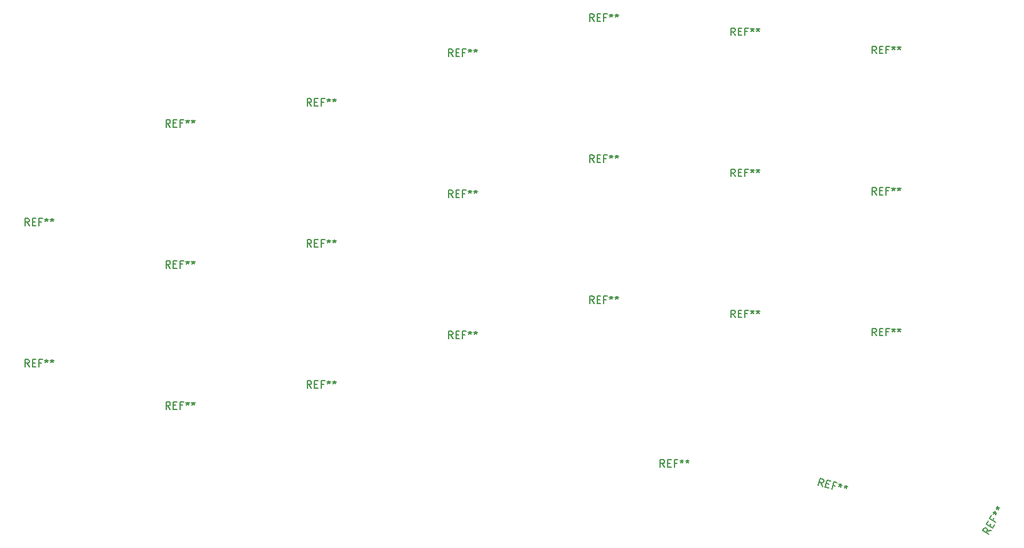
<source format=gbr>
%TF.GenerationSoftware,KiCad,Pcbnew,(6.0.0)*%
%TF.CreationDate,2022-01-01T14:14:11+04:00*%
%TF.ProjectId,top plate,746f7020-706c-4617-9465-2e6b69636164,rev?*%
%TF.SameCoordinates,Original*%
%TF.FileFunction,Legend,Top*%
%TF.FilePolarity,Positive*%
%FSLAX46Y46*%
G04 Gerber Fmt 4.6, Leading zero omitted, Abs format (unit mm)*
G04 Created by KiCad (PCBNEW (6.0.0)) date 2022-01-01 14:14:11*
%MOMM*%
%LPD*%
G01*
G04 APERTURE LIST*
%ADD10C,0.150000*%
G04 APERTURE END LIST*
D10*
%TO.C,REF\u002A\u002A*%
X121526664Y-89122380D02*
X121193331Y-88646190D01*
X120955236Y-89122380D02*
X120955236Y-88122380D01*
X121336188Y-88122380D01*
X121431426Y-88170000D01*
X121479045Y-88217619D01*
X121526664Y-88312857D01*
X121526664Y-88455714D01*
X121479045Y-88550952D01*
X121431426Y-88598571D01*
X121336188Y-88646190D01*
X120955236Y-88646190D01*
X121955236Y-88598571D02*
X122288569Y-88598571D01*
X122431426Y-89122380D02*
X121955236Y-89122380D01*
X121955236Y-88122380D01*
X122431426Y-88122380D01*
X123193331Y-88598571D02*
X122859998Y-88598571D01*
X122859998Y-89122380D02*
X122859998Y-88122380D01*
X123336188Y-88122380D01*
X123859998Y-88122380D02*
X123859998Y-88360476D01*
X123621902Y-88265238D02*
X123859998Y-88360476D01*
X124098093Y-88265238D01*
X123717140Y-88550952D02*
X123859998Y-88360476D01*
X124002855Y-88550952D01*
X124621902Y-88122380D02*
X124621902Y-88360476D01*
X124383807Y-88265238D02*
X124621902Y-88360476D01*
X124859998Y-88265238D01*
X124479045Y-88550952D02*
X124621902Y-88360476D01*
X124764759Y-88550952D01*
%TO.C,*%
%TO.C,REF\u002A\u002A*%
X213232093Y-127450891D02*
X212653034Y-127501470D01*
X212946379Y-127945762D02*
X212080354Y-127445762D01*
X212270830Y-127115848D01*
X212359688Y-127057179D01*
X212424737Y-127039749D01*
X212531025Y-127046129D01*
X212654743Y-127117557D01*
X212713412Y-127206416D01*
X212730842Y-127271464D01*
X212724462Y-127377752D01*
X212533986Y-127707667D01*
X212992747Y-126817832D02*
X213159413Y-126529157D01*
X213684474Y-126667344D02*
X213446379Y-127079737D01*
X212580354Y-126579737D01*
X212818449Y-126167344D01*
X213611794Y-125745610D02*
X213445128Y-126034285D01*
X213898760Y-126296190D02*
X213032734Y-125796190D01*
X213270830Y-125383797D01*
X213532734Y-124930165D02*
X213738931Y-125049212D01*
X213537405Y-125207790D02*
X213738931Y-125049212D01*
X213775500Y-124795397D01*
X213832460Y-125268168D02*
X213738931Y-125049212D01*
X213975317Y-125020732D01*
X213913687Y-124270336D02*
X214119883Y-124389383D01*
X213918357Y-124547961D02*
X214119883Y-124389383D01*
X214156452Y-124135568D01*
X214213412Y-124608339D02*
X214119883Y-124389383D01*
X214356269Y-124360903D01*
X140586666Y-101512380D02*
X140253333Y-101036190D01*
X140015238Y-101512380D02*
X140015238Y-100512380D01*
X140396190Y-100512380D01*
X140491428Y-100560000D01*
X140539047Y-100607619D01*
X140586666Y-100702857D01*
X140586666Y-100845714D01*
X140539047Y-100940952D01*
X140491428Y-100988571D01*
X140396190Y-101036190D01*
X140015238Y-101036190D01*
X141015238Y-100988571D02*
X141348571Y-100988571D01*
X141491428Y-101512380D02*
X141015238Y-101512380D01*
X141015238Y-100512380D01*
X141491428Y-100512380D01*
X142253333Y-100988571D02*
X141920000Y-100988571D01*
X141920000Y-101512380D02*
X141920000Y-100512380D01*
X142396190Y-100512380D01*
X142920000Y-100512380D02*
X142920000Y-100750476D01*
X142681904Y-100655238D02*
X142920000Y-100750476D01*
X143158095Y-100655238D01*
X142777142Y-100940952D02*
X142920000Y-100750476D01*
X143062857Y-100940952D01*
X143681904Y-100512380D02*
X143681904Y-100750476D01*
X143443809Y-100655238D02*
X143681904Y-100750476D01*
X143920000Y-100655238D01*
X143539047Y-100940952D02*
X143681904Y-100750476D01*
X143824761Y-100940952D01*
%TO.C,*%
%TO.C,REF\u002A\u002A*%
X121526664Y-108172383D02*
X121193331Y-107696193D01*
X120955236Y-108172383D02*
X120955236Y-107172383D01*
X121336188Y-107172383D01*
X121431426Y-107220003D01*
X121479045Y-107267622D01*
X121526664Y-107362860D01*
X121526664Y-107505717D01*
X121479045Y-107600955D01*
X121431426Y-107648574D01*
X121336188Y-107696193D01*
X120955236Y-107696193D01*
X121955236Y-107648574D02*
X122288569Y-107648574D01*
X122431426Y-108172383D02*
X121955236Y-108172383D01*
X121955236Y-107172383D01*
X122431426Y-107172383D01*
X123193331Y-107648574D02*
X122859998Y-107648574D01*
X122859998Y-108172383D02*
X122859998Y-107172383D01*
X123336188Y-107172383D01*
X123859998Y-107172383D02*
X123859998Y-107410479D01*
X123621902Y-107315241D02*
X123859998Y-107410479D01*
X124098093Y-107315241D01*
X123717140Y-107600955D02*
X123859998Y-107410479D01*
X124002855Y-107600955D01*
X124621902Y-107172383D02*
X124621902Y-107410479D01*
X124383807Y-107315241D02*
X124621902Y-107410479D01*
X124859998Y-107315241D01*
X124479045Y-107600955D02*
X124621902Y-107410479D01*
X124764759Y-107600955D01*
%TO.C,*%
%TO.C,REF\u002A\u002A*%
X159636666Y-77692380D02*
X159303333Y-77216190D01*
X159065238Y-77692380D02*
X159065238Y-76692380D01*
X159446190Y-76692380D01*
X159541428Y-76740000D01*
X159589047Y-76787619D01*
X159636666Y-76882857D01*
X159636666Y-77025714D01*
X159589047Y-77120952D01*
X159541428Y-77168571D01*
X159446190Y-77216190D01*
X159065238Y-77216190D01*
X160065238Y-77168571D02*
X160398571Y-77168571D01*
X160541428Y-77692380D02*
X160065238Y-77692380D01*
X160065238Y-76692380D01*
X160541428Y-76692380D01*
X161303333Y-77168571D02*
X160970000Y-77168571D01*
X160970000Y-77692380D02*
X160970000Y-76692380D01*
X161446190Y-76692380D01*
X161970000Y-76692380D02*
X161970000Y-76930476D01*
X161731904Y-76835238D02*
X161970000Y-76930476D01*
X162208095Y-76835238D01*
X161827142Y-77120952D02*
X161970000Y-76930476D01*
X162112857Y-77120952D01*
X162731904Y-76692380D02*
X162731904Y-76930476D01*
X162493809Y-76835238D02*
X162731904Y-76930476D01*
X162970000Y-76835238D01*
X162589047Y-77120952D02*
X162731904Y-76930476D01*
X162874761Y-77120952D01*
X83436662Y-105322378D02*
X83103329Y-104846188D01*
X82865234Y-105322378D02*
X82865234Y-104322378D01*
X83246186Y-104322378D01*
X83341424Y-104369998D01*
X83389043Y-104417617D01*
X83436662Y-104512855D01*
X83436662Y-104655712D01*
X83389043Y-104750950D01*
X83341424Y-104798569D01*
X83246186Y-104846188D01*
X82865234Y-104846188D01*
X83865234Y-104798569D02*
X84198567Y-104798569D01*
X84341424Y-105322378D02*
X83865234Y-105322378D01*
X83865234Y-104322378D01*
X84341424Y-104322378D01*
X85103329Y-104798569D02*
X84769996Y-104798569D01*
X84769996Y-105322378D02*
X84769996Y-104322378D01*
X85246186Y-104322378D01*
X85769996Y-104322378D02*
X85769996Y-104560474D01*
X85531900Y-104465236D02*
X85769996Y-104560474D01*
X86008091Y-104465236D01*
X85627138Y-104750950D02*
X85769996Y-104560474D01*
X85912853Y-104750950D01*
X86531900Y-104322378D02*
X86531900Y-104560474D01*
X86293805Y-104465236D02*
X86531900Y-104560474D01*
X86769996Y-104465236D01*
X86389043Y-104750950D02*
X86531900Y-104560474D01*
X86674757Y-104750950D01*
%TO.C,*%
%TO.C,REF\u002A\u002A*%
X197736666Y-82082380D02*
X197403333Y-81606190D01*
X197165238Y-82082380D02*
X197165238Y-81082380D01*
X197546190Y-81082380D01*
X197641428Y-81130000D01*
X197689047Y-81177619D01*
X197736666Y-81272857D01*
X197736666Y-81415714D01*
X197689047Y-81510952D01*
X197641428Y-81558571D01*
X197546190Y-81606190D01*
X197165238Y-81606190D01*
X198165238Y-81558571D02*
X198498571Y-81558571D01*
X198641428Y-82082380D02*
X198165238Y-82082380D01*
X198165238Y-81082380D01*
X198641428Y-81082380D01*
X199403333Y-81558571D02*
X199070000Y-81558571D01*
X199070000Y-82082380D02*
X199070000Y-81082380D01*
X199546190Y-81082380D01*
X200070000Y-81082380D02*
X200070000Y-81320476D01*
X199831904Y-81225238D02*
X200070000Y-81320476D01*
X200308095Y-81225238D01*
X199927142Y-81510952D02*
X200070000Y-81320476D01*
X200212857Y-81510952D01*
X200831904Y-81082380D02*
X200831904Y-81320476D01*
X200593809Y-81225238D02*
X200831904Y-81320476D01*
X201070000Y-81225238D01*
X200689047Y-81510952D02*
X200831904Y-81320476D01*
X200974761Y-81510952D01*
X197736666Y-63022380D02*
X197403333Y-62546190D01*
X197165238Y-63022380D02*
X197165238Y-62022380D01*
X197546190Y-62022380D01*
X197641428Y-62070000D01*
X197689047Y-62117619D01*
X197736666Y-62212857D01*
X197736666Y-62355714D01*
X197689047Y-62450952D01*
X197641428Y-62498571D01*
X197546190Y-62546190D01*
X197165238Y-62546190D01*
X198165238Y-62498571D02*
X198498571Y-62498571D01*
X198641428Y-63022380D02*
X198165238Y-63022380D01*
X198165238Y-62022380D01*
X198641428Y-62022380D01*
X199403333Y-62498571D02*
X199070000Y-62498571D01*
X199070000Y-63022380D02*
X199070000Y-62022380D01*
X199546190Y-62022380D01*
X200070000Y-62022380D02*
X200070000Y-62260476D01*
X199831904Y-62165238D02*
X200070000Y-62260476D01*
X200308095Y-62165238D01*
X199927142Y-62450952D02*
X200070000Y-62260476D01*
X200212857Y-62450952D01*
X200831904Y-62022380D02*
X200831904Y-62260476D01*
X200593809Y-62165238D02*
X200831904Y-62260476D01*
X201070000Y-62165238D01*
X200689047Y-62450952D02*
X200831904Y-62260476D01*
X200974761Y-62450952D01*
%TO.C,*%
%TO.C,REF\u002A\u002A*%
X121526666Y-70072380D02*
X121193333Y-69596190D01*
X120955238Y-70072380D02*
X120955238Y-69072380D01*
X121336190Y-69072380D01*
X121431428Y-69120000D01*
X121479047Y-69167619D01*
X121526666Y-69262857D01*
X121526666Y-69405714D01*
X121479047Y-69500952D01*
X121431428Y-69548571D01*
X121336190Y-69596190D01*
X120955238Y-69596190D01*
X121955238Y-69548571D02*
X122288571Y-69548571D01*
X122431428Y-70072380D02*
X121955238Y-70072380D01*
X121955238Y-69072380D01*
X122431428Y-69072380D01*
X123193333Y-69548571D02*
X122860000Y-69548571D01*
X122860000Y-70072380D02*
X122860000Y-69072380D01*
X123336190Y-69072380D01*
X123860000Y-69072380D02*
X123860000Y-69310476D01*
X123621904Y-69215238D02*
X123860000Y-69310476D01*
X124098095Y-69215238D01*
X123717142Y-69500952D02*
X123860000Y-69310476D01*
X124002857Y-69500952D01*
X124621904Y-69072380D02*
X124621904Y-69310476D01*
X124383809Y-69215238D02*
X124621904Y-69310476D01*
X124860000Y-69215238D01*
X124479047Y-69500952D02*
X124621904Y-69310476D01*
X124764761Y-69500952D01*
X178686666Y-98652383D02*
X178353333Y-98176193D01*
X178115238Y-98652383D02*
X178115238Y-97652383D01*
X178496190Y-97652383D01*
X178591428Y-97700003D01*
X178639047Y-97747622D01*
X178686666Y-97842860D01*
X178686666Y-97985717D01*
X178639047Y-98080955D01*
X178591428Y-98128574D01*
X178496190Y-98176193D01*
X178115238Y-98176193D01*
X179115238Y-98128574D02*
X179448571Y-98128574D01*
X179591428Y-98652383D02*
X179115238Y-98652383D01*
X179115238Y-97652383D01*
X179591428Y-97652383D01*
X180353333Y-98128574D02*
X180020000Y-98128574D01*
X180020000Y-98652383D02*
X180020000Y-97652383D01*
X180496190Y-97652383D01*
X181020000Y-97652383D02*
X181020000Y-97890479D01*
X180781904Y-97795241D02*
X181020000Y-97890479D01*
X181258095Y-97795241D01*
X180877142Y-98080955D02*
X181020000Y-97890479D01*
X181162857Y-98080955D01*
X181781904Y-97652383D02*
X181781904Y-97890479D01*
X181543809Y-97795241D02*
X181781904Y-97890479D01*
X182020000Y-97795241D01*
X181639047Y-98080955D02*
X181781904Y-97890479D01*
X181924761Y-98080955D01*
X159636668Y-58642380D02*
X159303335Y-58166190D01*
X159065240Y-58642380D02*
X159065240Y-57642380D01*
X159446192Y-57642380D01*
X159541430Y-57690000D01*
X159589049Y-57737619D01*
X159636668Y-57832857D01*
X159636668Y-57975714D01*
X159589049Y-58070952D01*
X159541430Y-58118571D01*
X159446192Y-58166190D01*
X159065240Y-58166190D01*
X160065240Y-58118571D02*
X160398573Y-58118571D01*
X160541430Y-58642380D02*
X160065240Y-58642380D01*
X160065240Y-57642380D01*
X160541430Y-57642380D01*
X161303335Y-58118571D02*
X160970002Y-58118571D01*
X160970002Y-58642380D02*
X160970002Y-57642380D01*
X161446192Y-57642380D01*
X161970002Y-57642380D02*
X161970002Y-57880476D01*
X161731906Y-57785238D02*
X161970002Y-57880476D01*
X162208097Y-57785238D01*
X161827144Y-58070952D02*
X161970002Y-57880476D01*
X162112859Y-58070952D01*
X162731906Y-57642380D02*
X162731906Y-57880476D01*
X162493811Y-57785238D02*
X162731906Y-57880476D01*
X162970002Y-57785238D01*
X162589049Y-58070952D02*
X162731906Y-57880476D01*
X162874763Y-58070952D01*
X169156666Y-118842380D02*
X168823333Y-118366190D01*
X168585238Y-118842380D02*
X168585238Y-117842380D01*
X168966190Y-117842380D01*
X169061428Y-117890000D01*
X169109047Y-117937619D01*
X169156666Y-118032857D01*
X169156666Y-118175714D01*
X169109047Y-118270952D01*
X169061428Y-118318571D01*
X168966190Y-118366190D01*
X168585238Y-118366190D01*
X169585238Y-118318571D02*
X169918571Y-118318571D01*
X170061428Y-118842380D02*
X169585238Y-118842380D01*
X169585238Y-117842380D01*
X170061428Y-117842380D01*
X170823333Y-118318571D02*
X170490000Y-118318571D01*
X170490000Y-118842380D02*
X170490000Y-117842380D01*
X170966190Y-117842380D01*
X171490000Y-117842380D02*
X171490000Y-118080476D01*
X171251904Y-117985238D02*
X171490000Y-118080476D01*
X171728095Y-117985238D01*
X171347142Y-118270952D02*
X171490000Y-118080476D01*
X171632857Y-118270952D01*
X172251904Y-117842380D02*
X172251904Y-118080476D01*
X172013809Y-117985238D02*
X172251904Y-118080476D01*
X172490000Y-117985238D01*
X172109047Y-118270952D02*
X172251904Y-118080476D01*
X172394761Y-118270952D01*
X102476662Y-111032377D02*
X102143329Y-110556187D01*
X101905234Y-111032377D02*
X101905234Y-110032377D01*
X102286186Y-110032377D01*
X102381424Y-110079997D01*
X102429043Y-110127616D01*
X102476662Y-110222854D01*
X102476662Y-110365711D01*
X102429043Y-110460949D01*
X102381424Y-110508568D01*
X102286186Y-110556187D01*
X101905234Y-110556187D01*
X102905234Y-110508568D02*
X103238567Y-110508568D01*
X103381424Y-111032377D02*
X102905234Y-111032377D01*
X102905234Y-110032377D01*
X103381424Y-110032377D01*
X104143329Y-110508568D02*
X103809996Y-110508568D01*
X103809996Y-111032377D02*
X103809996Y-110032377D01*
X104286186Y-110032377D01*
X104809996Y-110032377D02*
X104809996Y-110270473D01*
X104571900Y-110175235D02*
X104809996Y-110270473D01*
X105048091Y-110175235D01*
X104667138Y-110460949D02*
X104809996Y-110270473D01*
X104952853Y-110460949D01*
X105571900Y-110032377D02*
X105571900Y-110270473D01*
X105333805Y-110175235D02*
X105571900Y-110270473D01*
X105809996Y-110175235D01*
X105429043Y-110460949D02*
X105571900Y-110270473D01*
X105714757Y-110460949D01*
X140586668Y-63412377D02*
X140253335Y-62936187D01*
X140015240Y-63412377D02*
X140015240Y-62412377D01*
X140396192Y-62412377D01*
X140491430Y-62459997D01*
X140539049Y-62507616D01*
X140586668Y-62602854D01*
X140586668Y-62745711D01*
X140539049Y-62840949D01*
X140491430Y-62888568D01*
X140396192Y-62936187D01*
X140015240Y-62936187D01*
X141015240Y-62888568D02*
X141348573Y-62888568D01*
X141491430Y-63412377D02*
X141015240Y-63412377D01*
X141015240Y-62412377D01*
X141491430Y-62412377D01*
X142253335Y-62888568D02*
X141920002Y-62888568D01*
X141920002Y-63412377D02*
X141920002Y-62412377D01*
X142396192Y-62412377D01*
X142920002Y-62412377D02*
X142920002Y-62650473D01*
X142681906Y-62555235D02*
X142920002Y-62650473D01*
X143158097Y-62555235D01*
X142777144Y-62840949D02*
X142920002Y-62650473D01*
X143062859Y-62840949D01*
X143681906Y-62412377D02*
X143681906Y-62650473D01*
X143443811Y-62555235D02*
X143681906Y-62650473D01*
X143920002Y-62555235D01*
X143539049Y-62840949D02*
X143681906Y-62650473D01*
X143824763Y-62840949D01*
X102476664Y-72932374D02*
X102143331Y-72456184D01*
X101905236Y-72932374D02*
X101905236Y-71932374D01*
X102286188Y-71932374D01*
X102381426Y-71979994D01*
X102429045Y-72027613D01*
X102476664Y-72122851D01*
X102476664Y-72265708D01*
X102429045Y-72360946D01*
X102381426Y-72408565D01*
X102286188Y-72456184D01*
X101905236Y-72456184D01*
X102905236Y-72408565D02*
X103238569Y-72408565D01*
X103381426Y-72932374D02*
X102905236Y-72932374D01*
X102905236Y-71932374D01*
X103381426Y-71932374D01*
X104143331Y-72408565D02*
X103809998Y-72408565D01*
X103809998Y-72932374D02*
X103809998Y-71932374D01*
X104286188Y-71932374D01*
X104809998Y-71932374D02*
X104809998Y-72170470D01*
X104571902Y-72075232D02*
X104809998Y-72170470D01*
X105048093Y-72075232D01*
X104667140Y-72360946D02*
X104809998Y-72170470D01*
X104952855Y-72360946D01*
X105571902Y-71932374D02*
X105571902Y-72170470D01*
X105333807Y-72075232D02*
X105571902Y-72170470D01*
X105809998Y-72075232D01*
X105429045Y-72360946D02*
X105571902Y-72170470D01*
X105714759Y-72360946D01*
X140586666Y-82462377D02*
X140253333Y-81986187D01*
X140015238Y-82462377D02*
X140015238Y-81462377D01*
X140396190Y-81462377D01*
X140491428Y-81509997D01*
X140539047Y-81557616D01*
X140586666Y-81652854D01*
X140586666Y-81795711D01*
X140539047Y-81890949D01*
X140491428Y-81938568D01*
X140396190Y-81986187D01*
X140015238Y-81986187D01*
X141015238Y-81938568D02*
X141348571Y-81938568D01*
X141491428Y-82462377D02*
X141015238Y-82462377D01*
X141015238Y-81462377D01*
X141491428Y-81462377D01*
X142253333Y-81938568D02*
X141920000Y-81938568D01*
X141920000Y-82462377D02*
X141920000Y-81462377D01*
X142396190Y-81462377D01*
X142920000Y-81462377D02*
X142920000Y-81700473D01*
X142681904Y-81605235D02*
X142920000Y-81700473D01*
X143158095Y-81605235D01*
X142777142Y-81890949D02*
X142920000Y-81700473D01*
X143062857Y-81890949D01*
X143681904Y-81462377D02*
X143681904Y-81700473D01*
X143443809Y-81605235D02*
X143681904Y-81700473D01*
X143920000Y-81605235D01*
X143539047Y-81890949D02*
X143681904Y-81700473D01*
X143824761Y-81890949D01*
X102476662Y-91982374D02*
X102143329Y-91506184D01*
X101905234Y-91982374D02*
X101905234Y-90982374D01*
X102286186Y-90982374D01*
X102381424Y-91029994D01*
X102429043Y-91077613D01*
X102476662Y-91172851D01*
X102476662Y-91315708D01*
X102429043Y-91410946D01*
X102381424Y-91458565D01*
X102286186Y-91506184D01*
X101905234Y-91506184D01*
X102905234Y-91458565D02*
X103238567Y-91458565D01*
X103381424Y-91982374D02*
X102905234Y-91982374D01*
X102905234Y-90982374D01*
X103381424Y-90982374D01*
X104143329Y-91458565D02*
X103809996Y-91458565D01*
X103809996Y-91982374D02*
X103809996Y-90982374D01*
X104286186Y-90982374D01*
X104809996Y-90982374D02*
X104809996Y-91220470D01*
X104571900Y-91125232D02*
X104809996Y-91220470D01*
X105048091Y-91125232D01*
X104667138Y-91410946D02*
X104809996Y-91220470D01*
X104952853Y-91410946D01*
X105571900Y-90982374D02*
X105571900Y-91220470D01*
X105333805Y-91125232D02*
X105571900Y-91220470D01*
X105809996Y-91125232D01*
X105429043Y-91410946D02*
X105571900Y-91220470D01*
X105714757Y-91410946D01*
X83436661Y-86272380D02*
X83103328Y-85796190D01*
X82865233Y-86272380D02*
X82865233Y-85272380D01*
X83246185Y-85272380D01*
X83341423Y-85320000D01*
X83389042Y-85367619D01*
X83436661Y-85462857D01*
X83436661Y-85605714D01*
X83389042Y-85700952D01*
X83341423Y-85748571D01*
X83246185Y-85796190D01*
X82865233Y-85796190D01*
X83865233Y-85748571D02*
X84198566Y-85748571D01*
X84341423Y-86272380D02*
X83865233Y-86272380D01*
X83865233Y-85272380D01*
X84341423Y-85272380D01*
X85103328Y-85748571D02*
X84769995Y-85748571D01*
X84769995Y-86272380D02*
X84769995Y-85272380D01*
X85246185Y-85272380D01*
X85769995Y-85272380D02*
X85769995Y-85510476D01*
X85531899Y-85415238D02*
X85769995Y-85510476D01*
X86008090Y-85415238D01*
X85627137Y-85700952D02*
X85769995Y-85510476D01*
X85912852Y-85700952D01*
X86531899Y-85272380D02*
X86531899Y-85510476D01*
X86293804Y-85415238D02*
X86531899Y-85510476D01*
X86769995Y-85415238D01*
X86389042Y-85700952D02*
X86531899Y-85510476D01*
X86674756Y-85700952D01*
X178686666Y-79602380D02*
X178353333Y-79126190D01*
X178115238Y-79602380D02*
X178115238Y-78602380D01*
X178496190Y-78602380D01*
X178591428Y-78650000D01*
X178639047Y-78697619D01*
X178686666Y-78792857D01*
X178686666Y-78935714D01*
X178639047Y-79030952D01*
X178591428Y-79078571D01*
X178496190Y-79126190D01*
X178115238Y-79126190D01*
X179115238Y-79078571D02*
X179448571Y-79078571D01*
X179591428Y-79602380D02*
X179115238Y-79602380D01*
X179115238Y-78602380D01*
X179591428Y-78602380D01*
X180353333Y-79078571D02*
X180020000Y-79078571D01*
X180020000Y-79602380D02*
X180020000Y-78602380D01*
X180496190Y-78602380D01*
X181020000Y-78602380D02*
X181020000Y-78840476D01*
X180781904Y-78745238D02*
X181020000Y-78840476D01*
X181258095Y-78745238D01*
X180877142Y-79030952D02*
X181020000Y-78840476D01*
X181162857Y-79030952D01*
X181781904Y-78602380D02*
X181781904Y-78840476D01*
X181543809Y-78745238D02*
X181781904Y-78840476D01*
X182020000Y-78745238D01*
X181639047Y-79030952D02*
X181781904Y-78840476D01*
X181924761Y-79030952D01*
X159636666Y-96742383D02*
X159303333Y-96266193D01*
X159065238Y-96742383D02*
X159065238Y-95742383D01*
X159446190Y-95742383D01*
X159541428Y-95790003D01*
X159589047Y-95837622D01*
X159636666Y-95932860D01*
X159636666Y-96075717D01*
X159589047Y-96170955D01*
X159541428Y-96218574D01*
X159446190Y-96266193D01*
X159065238Y-96266193D01*
X160065238Y-96218574D02*
X160398571Y-96218574D01*
X160541428Y-96742383D02*
X160065238Y-96742383D01*
X160065238Y-95742383D01*
X160541428Y-95742383D01*
X161303333Y-96218574D02*
X160970000Y-96218574D01*
X160970000Y-96742383D02*
X160970000Y-95742383D01*
X161446190Y-95742383D01*
X161970000Y-95742383D02*
X161970000Y-95980479D01*
X161731904Y-95885241D02*
X161970000Y-95980479D01*
X162208095Y-95885241D01*
X161827142Y-96170955D02*
X161970000Y-95980479D01*
X162112857Y-96170955D01*
X162731904Y-95742383D02*
X162731904Y-95980479D01*
X162493809Y-95885241D02*
X162731904Y-95980479D01*
X162970000Y-95885241D01*
X162589047Y-96170955D02*
X162731904Y-95980479D01*
X162874761Y-96170955D01*
X178686668Y-60552380D02*
X178353335Y-60076190D01*
X178115240Y-60552380D02*
X178115240Y-59552380D01*
X178496192Y-59552380D01*
X178591430Y-59600000D01*
X178639049Y-59647619D01*
X178686668Y-59742857D01*
X178686668Y-59885714D01*
X178639049Y-59980952D01*
X178591430Y-60028571D01*
X178496192Y-60076190D01*
X178115240Y-60076190D01*
X179115240Y-60028571D02*
X179448573Y-60028571D01*
X179591430Y-60552380D02*
X179115240Y-60552380D01*
X179115240Y-59552380D01*
X179591430Y-59552380D01*
X180353335Y-60028571D02*
X180020002Y-60028571D01*
X180020002Y-60552380D02*
X180020002Y-59552380D01*
X180496192Y-59552380D01*
X181020002Y-59552380D02*
X181020002Y-59790476D01*
X180781906Y-59695238D02*
X181020002Y-59790476D01*
X181258097Y-59695238D01*
X180877144Y-59980952D02*
X181020002Y-59790476D01*
X181162859Y-59980952D01*
X181781906Y-59552380D02*
X181781906Y-59790476D01*
X181543811Y-59695238D02*
X181781906Y-59790476D01*
X182020002Y-59695238D01*
X181639049Y-59980952D02*
X181781906Y-59790476D01*
X181924763Y-59980952D01*
X197736666Y-101122380D02*
X197403333Y-100646190D01*
X197165238Y-101122380D02*
X197165238Y-100122380D01*
X197546190Y-100122380D01*
X197641428Y-100170000D01*
X197689047Y-100217619D01*
X197736666Y-100312857D01*
X197736666Y-100455714D01*
X197689047Y-100550952D01*
X197641428Y-100598571D01*
X197546190Y-100646190D01*
X197165238Y-100646190D01*
X198165238Y-100598571D02*
X198498571Y-100598571D01*
X198641428Y-101122380D02*
X198165238Y-101122380D01*
X198165238Y-100122380D01*
X198641428Y-100122380D01*
X199403333Y-100598571D02*
X199070000Y-100598571D01*
X199070000Y-101122380D02*
X199070000Y-100122380D01*
X199546190Y-100122380D01*
X200070000Y-100122380D02*
X200070000Y-100360476D01*
X199831904Y-100265238D02*
X200070000Y-100360476D01*
X200308095Y-100265238D01*
X199927142Y-100550952D02*
X200070000Y-100360476D01*
X200212857Y-100550952D01*
X200831904Y-100122380D02*
X200831904Y-100360476D01*
X200593809Y-100265238D02*
X200831904Y-100360476D01*
X201070000Y-100265238D01*
X200689047Y-100550952D02*
X200831904Y-100360476D01*
X200974761Y-100550952D01*
X190454424Y-121458911D02*
X190255695Y-120912673D01*
X189902466Y-121311014D02*
X190161285Y-120345088D01*
X190529257Y-120443686D01*
X190608925Y-120514332D01*
X190642597Y-120572653D01*
X190663944Y-120676971D01*
X190626970Y-120814960D01*
X190556324Y-120894629D01*
X190498003Y-120928300D01*
X190393685Y-120949647D01*
X190025713Y-120851050D01*
X191003964Y-121063872D02*
X191325939Y-121150145D01*
X191328356Y-121693080D02*
X190868392Y-121569833D01*
X191127211Y-120603908D01*
X191587176Y-120727155D01*
X192199872Y-121384315D02*
X191877897Y-121298042D01*
X191742325Y-121804003D02*
X192001144Y-120838077D01*
X192461108Y-120961324D01*
X192967070Y-121096896D02*
X192905446Y-121326879D01*
X192700113Y-121173262D02*
X192905446Y-121326879D01*
X193160078Y-121296509D01*
X192718158Y-121473890D02*
X192905446Y-121326879D01*
X192994137Y-121547839D01*
X193703013Y-121294092D02*
X193641389Y-121524074D01*
X193436057Y-121370457D02*
X193641389Y-121524074D01*
X193896021Y-121493705D01*
X193454101Y-121671086D02*
X193641389Y-121524074D01*
X193730080Y-121745034D01*
%TD*%
M02*

</source>
